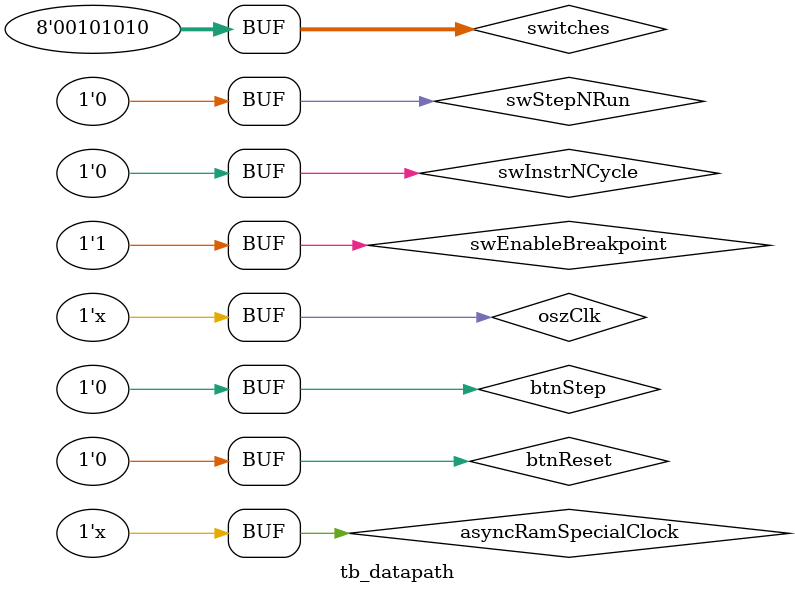
<source format=sv>
`timescale 1ns/1ps
module tb_datapath;

logic oszClk = 0;
logic asyncRamSpecialClock = 0;
always #(10/2) oszClk = ~oszClk;
always #(10/4) asyncRamSpecialClock = ~asyncRamSpecialClock;

logic btnStep = 0;
logic swInstrNCycle = 0;
logic swStepNRun = 0;
logic swEnableBreakpoint = 1;
logic btnReset = 0;

logic[7:0] cathodes;
logic[7:0] anodes;
logic[7:0] switches = 42;

datapath inst_datapath(
  .i_oszClk(oszClk),
  .i_asyncRamSpecialClock(asyncRamSpecialClock),

  // 1 is closed, 0 is open
  .i_btnStep(btnStep),
  .i_swInstrNCycle(swInstrNCycle),
  .i_swStepNRun(swStepNRun),
  .i_swEnableBreakpoint(swEnableBreakpoint),
  .i_btnReset(btnReset),
  .i_breakpointAddress(16'hff),

  .o_cathodes(cathodes),
  .o_anodes(anodes),
  .i_switches(switches)
);

endmodule
</source>
